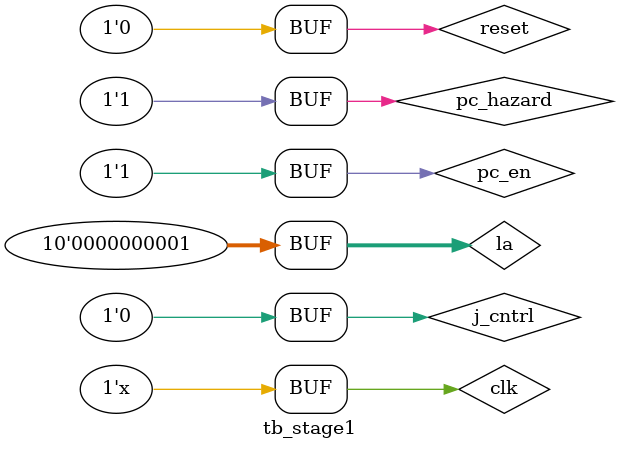
<source format=v>
module stage1(
    output wire [9:0] instruction_out,
    input wire clk, reset, j_cntrl, pc_en, pc_hazard, E, F, cache_Ready,
    input wire [9:0] LA_IF, LA_EX, LA_M
    );
    
    
    wire [9:0] PC_LA, incPC, PC_reg_out, instruction_in, PC_or_incPC, pc_in, la, la_F;
    
    mux2x1_10 LA_sel1(.mout(la_F), .A(LA_IF), .B(LA_M), .SW(F)); 
    
    mux2x1_10 LA_sel2(.mout(la), .A(la_F), .B(LA_EX), .SW(E)); 
    
    mux2x1_10 PC_incPC (.mout(PC_or_incPC), .A(incPC), .B(pc_in), .SW(pc_hazard)); 
    
    mux2x1_10 PC_j_mux(.mout(PC_LA), .A(PC_or_incPC), .B(la), .SW(j_cntrl));                    //A if SW is 0  

    PC_reg PC_Reg(.dout(PC_reg_out), .clk(clk), .reset(reset), .en(pc_en), .din(PC_LA));
    
    adder10 add1(.sum(incPC), .cout(cout), .A(pc_in),.B(10'b1),.cin(1'b0));         //Increment PC
    
    instructionMemory ROM(.ReadData(instruction_in), .Address(PC_reg_out));
    
    IF_reg IF (.instruction_out(instruction_out), .PC_out(pc_in), .clk(clk), .reset(reset), .cache_Ready(cache_Ready), .instruction_in(instruction_in), .PC_in(PC_reg_out));
    
endmodule

module tb_stage1();
    wire [9:0]instruction_out;
    reg clk, reset, j_cntrl, pc_en, pc_hazard;
    reg [9:0] la;
    
    stage1 SUT(.instruction_out(instruction_out), .clk(clk), .reset(reset), .j_cntrl(j_cntrl), .pc_en(pc_en),
    .pc_hazard(pc_hazard), .la(la));
    
    parameter PERIOD = 10;
    initial clk = 1'b0; //clock starts on 0
    always #(PERIOD/2) clk = ~clk;
    
    initial begin
    reset=1'b1;  #PERIOD;
    reset=1'b0; la=10'b01; j_cntrl=1'b0; pc_en=1'b1; #PERIOD;
                                                     #PERIOD;
                                                     #PERIOD;
    j_cntrl=1'b1;                                    #PERIOD;
                                                     #PERIOD;
    j_cntrl=1'b0; pc_hazard=1'b1;                    #PERIOD;
                                                     #PERIOD;
                         
    end
endmodule
</source>
